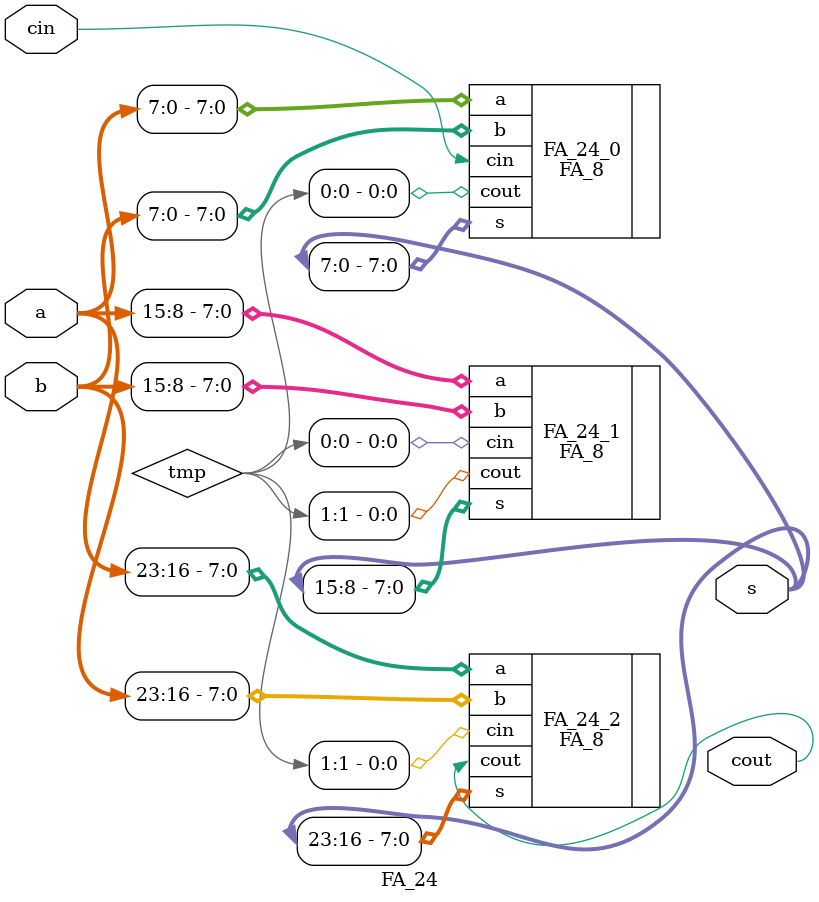
<source format=v>
module FA_24(
	a,
	b,
	cin,
	s,
	cout
);
parameter DATA_WIDTH = 24;

input [DATA_WIDTH - 1: 0]a;
input [DATA_WIDTH - 1: 0]b;
input cin;
output [DATA_WIDTH -1 :0]s;
output cout;

wire [1:0] tmp;



FA_8 FA_24_0(.a(a[7:0]), .b (b[7:0]), .cin(cin),       .s(s[7:0]), .cout(tmp[0]));
FA_8 FA_24_1(.a(a[15:8]), .b (b[15:8]), .cin(tmp[0]),    .s(s[15:8]), .cout(tmp[1]));
FA_8 FA_24_2(.a(a[23:16]), .b (b[23:16]), .cin(tmp[1]),    .s(s[23:16]), .cout(cout));

endmodule
</source>
